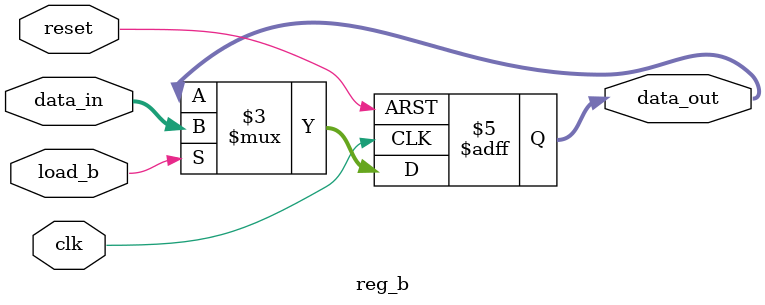
<source format=v>
module reg_b (clk, reset, load_b, data_in, data_out);
    input clk, reset, load_b;
    input [7:0] data_in;

    output reg [7:0] data_out;



    always @(posedge clk or posedge reset) 
    begin
        if (reset)  begin 
            data_out = 8'b00000000;
        end
        else if (load_b) begin 
            data_out = data_in;
        end
        
    end
endmodule
</source>
